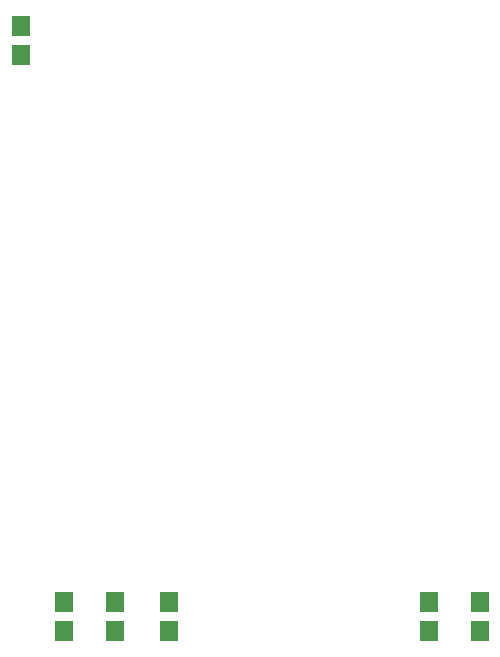
<source format=gtp>
%FSTAX23Y23*%
%MOIN*%
%SFA1B1*%

%IPPOS*%
%ADD13R,0.059055X0.070866*%
%LNbinbot_board_ver4-1*%
%LPD*%
G54D13*
X00696Y-02347D03*
Y-02442D03*
X01561Y-02347D03*
Y-02442D03*
X01731Y-02347D03*
Y-02442D03*
X00516D03*
Y-02347D03*
X00346Y-02442D03*
Y-02347D03*
X00201Y-00522D03*
Y-00427D03*
M02*
</source>
